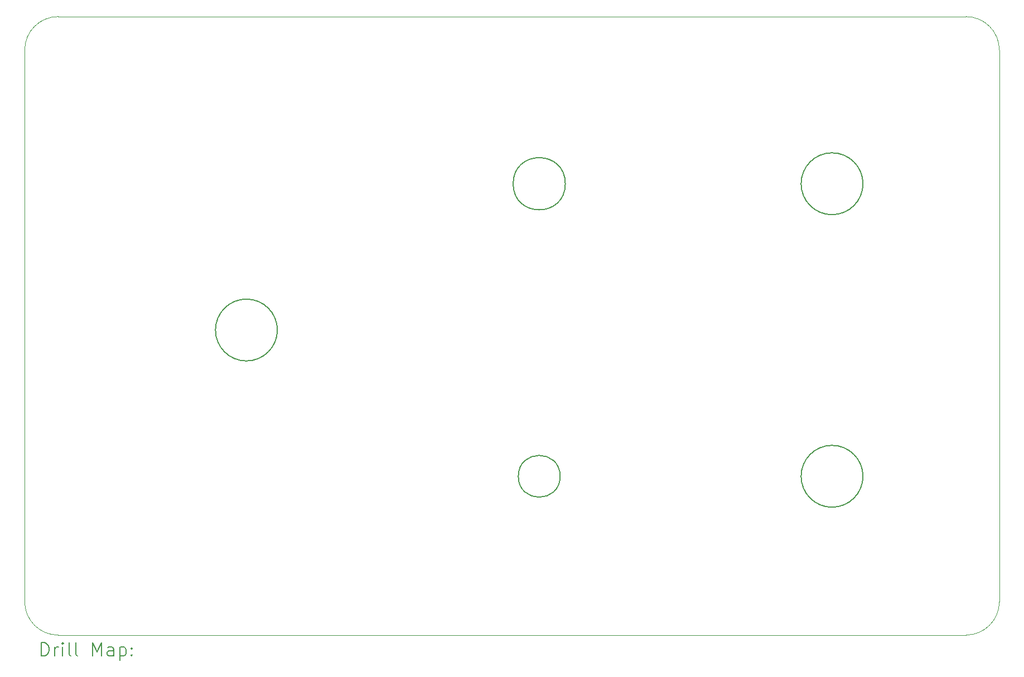
<source format=gbr>
%FSLAX45Y45*%
G04 Gerber Fmt 4.5, Leading zero omitted, Abs format (unit mm)*
G04 Created by KiCad (PCBNEW 6.0.5+dfsg-1~bpo11+1) date 2022-08-10 11:57:08*
%MOMM*%
%LPD*%
G01*
G04 APERTURE LIST*
%TA.AperFunction,Profile*%
%ADD10C,0.100000*%
%TD*%
%TA.AperFunction,Profile*%
%ADD11C,0.150000*%
%TD*%
%ADD12C,0.200000*%
G04 APERTURE END LIST*
D10*
X6235700Y-14071600D02*
G75*
G03*
X6743700Y-14579600I508000J0D01*
G01*
X6235700Y-5689600D02*
X6235700Y-14071600D01*
D11*
X14442440Y-7721600D02*
G75*
G03*
X14442440Y-7721600I-396240J0D01*
G01*
X10071100Y-9944100D02*
G75*
G03*
X10071100Y-9944100I-469900J0D01*
G01*
D10*
X6743700Y-5181600D02*
G75*
G03*
X6235700Y-5689600I0J-508000D01*
G01*
D11*
X18961100Y-12166600D02*
G75*
G03*
X18961100Y-12166600I-469900J0D01*
G01*
D10*
X21031200Y-14071600D02*
X21031200Y-5689600D01*
X21031200Y-5689600D02*
G75*
G03*
X20523200Y-5181600I-508000J0D01*
G01*
X20523200Y-14579600D02*
G75*
G03*
X21031200Y-14071600I0J508000D01*
G01*
D11*
X14363700Y-12166600D02*
G75*
G03*
X14363700Y-12166600I-317500J0D01*
G01*
D10*
X6743700Y-14579600D02*
X20523200Y-14579600D01*
D11*
X18961100Y-7721600D02*
G75*
G03*
X18961100Y-7721600I-469900J0D01*
G01*
D10*
X20523200Y-5181600D02*
X6743700Y-5181600D01*
D12*
X6488319Y-14895076D02*
X6488319Y-14695076D01*
X6535938Y-14695076D01*
X6564509Y-14704600D01*
X6583557Y-14723648D01*
X6593081Y-14742695D01*
X6602605Y-14780790D01*
X6602605Y-14809362D01*
X6593081Y-14847457D01*
X6583557Y-14866505D01*
X6564509Y-14885552D01*
X6535938Y-14895076D01*
X6488319Y-14895076D01*
X6688319Y-14895076D02*
X6688319Y-14761743D01*
X6688319Y-14799838D02*
X6697843Y-14780790D01*
X6707367Y-14771267D01*
X6726414Y-14761743D01*
X6745462Y-14761743D01*
X6812128Y-14895076D02*
X6812128Y-14761743D01*
X6812128Y-14695076D02*
X6802605Y-14704600D01*
X6812128Y-14714124D01*
X6821652Y-14704600D01*
X6812128Y-14695076D01*
X6812128Y-14714124D01*
X6935938Y-14895076D02*
X6916890Y-14885552D01*
X6907367Y-14866505D01*
X6907367Y-14695076D01*
X7040700Y-14895076D02*
X7021652Y-14885552D01*
X7012128Y-14866505D01*
X7012128Y-14695076D01*
X7269271Y-14895076D02*
X7269271Y-14695076D01*
X7335938Y-14837933D01*
X7402605Y-14695076D01*
X7402605Y-14895076D01*
X7583557Y-14895076D02*
X7583557Y-14790314D01*
X7574033Y-14771267D01*
X7554986Y-14761743D01*
X7516890Y-14761743D01*
X7497843Y-14771267D01*
X7583557Y-14885552D02*
X7564509Y-14895076D01*
X7516890Y-14895076D01*
X7497843Y-14885552D01*
X7488319Y-14866505D01*
X7488319Y-14847457D01*
X7497843Y-14828409D01*
X7516890Y-14818886D01*
X7564509Y-14818886D01*
X7583557Y-14809362D01*
X7678795Y-14761743D02*
X7678795Y-14961743D01*
X7678795Y-14771267D02*
X7697843Y-14761743D01*
X7735938Y-14761743D01*
X7754986Y-14771267D01*
X7764509Y-14780790D01*
X7774033Y-14799838D01*
X7774033Y-14856981D01*
X7764509Y-14876028D01*
X7754986Y-14885552D01*
X7735938Y-14895076D01*
X7697843Y-14895076D01*
X7678795Y-14885552D01*
X7859748Y-14876028D02*
X7869271Y-14885552D01*
X7859748Y-14895076D01*
X7850224Y-14885552D01*
X7859748Y-14876028D01*
X7859748Y-14895076D01*
X7859748Y-14771267D02*
X7869271Y-14780790D01*
X7859748Y-14790314D01*
X7850224Y-14780790D01*
X7859748Y-14771267D01*
X7859748Y-14790314D01*
M02*

</source>
